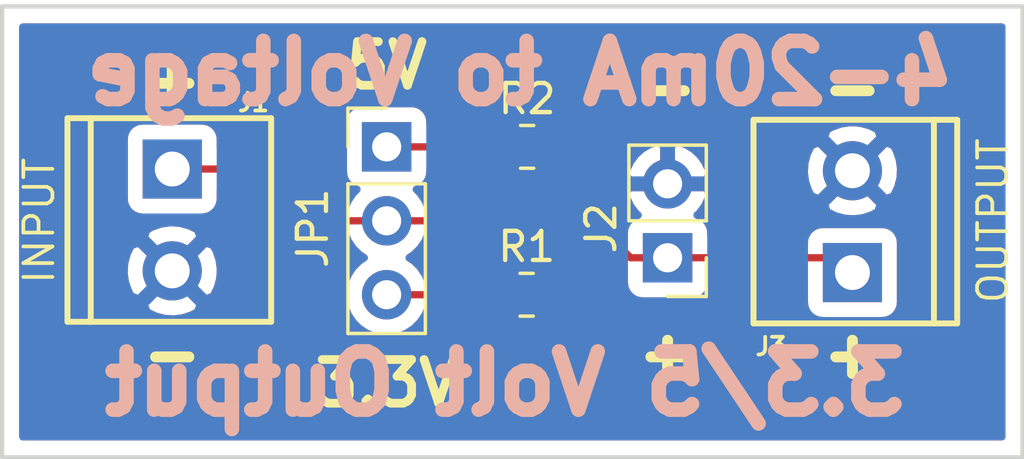
<source format=kicad_pcb>
(kicad_pcb (version 20171130) (host pcbnew "(5.1.8)-1")

  (general
    (thickness 1.6)
    (drawings 14)
    (tracks 10)
    (zones 0)
    (modules 6)
    (nets 5)
  )

  (page A4)
  (title_block
    (title "4-20 mA to Voltage Converter")
    (date 2021-09-28)
    (rev 1.0)
    (comment 2 ©2021)
    (comment 3 github.com/theloukou)
    (comment 4 "Lefteris Kantakos")
  )

  (layers
    (0 F.Cu signal)
    (31 B.Cu signal)
    (32 B.Adhes user)
    (33 F.Adhes user)
    (34 B.Paste user)
    (35 F.Paste user)
    (36 B.SilkS user)
    (37 F.SilkS user)
    (38 B.Mask user)
    (39 F.Mask user)
    (40 Dwgs.User user)
    (41 Cmts.User user)
    (42 Eco1.User user)
    (43 Eco2.User user)
    (44 Edge.Cuts user)
    (45 Margin user)
    (46 B.CrtYd user)
    (47 F.CrtYd user)
    (48 B.Fab user)
    (49 F.Fab user)
  )

  (setup
    (last_trace_width 0.25)
    (trace_clearance 0.2)
    (zone_clearance 0.508)
    (zone_45_only no)
    (trace_min 0.2)
    (via_size 0.8)
    (via_drill 0.4)
    (via_min_size 0.4)
    (via_min_drill 0.3)
    (uvia_size 0.3)
    (uvia_drill 0.1)
    (uvias_allowed no)
    (uvia_min_size 0.2)
    (uvia_min_drill 0.1)
    (edge_width 0.05)
    (segment_width 0.2)
    (pcb_text_width 0.3)
    (pcb_text_size 1.5 1.5)
    (mod_edge_width 0.12)
    (mod_text_size 1 1)
    (mod_text_width 0.15)
    (pad_size 1.524 1.524)
    (pad_drill 0.762)
    (pad_to_mask_clearance 0)
    (aux_axis_origin 0 0)
    (visible_elements 7FFFFFFF)
    (pcbplotparams
      (layerselection 0x010fc_ffffffff)
      (usegerberextensions false)
      (usegerberattributes true)
      (usegerberadvancedattributes true)
      (creategerberjobfile true)
      (excludeedgelayer true)
      (linewidth 0.100000)
      (plotframeref false)
      (viasonmask false)
      (mode 1)
      (useauxorigin false)
      (hpglpennumber 1)
      (hpglpenspeed 20)
      (hpglpendiameter 15.000000)
      (psnegative false)
      (psa4output false)
      (plotreference true)
      (plotvalue true)
      (plotinvisibletext false)
      (padsonsilk false)
      (subtractmaskfromsilk false)
      (outputformat 1)
      (mirror false)
      (drillshape 0)
      (scaleselection 1)
      (outputdirectory "./"))
  )

  (net 0 "")
  (net 1 GND)
  (net 2 "Net-(J1-Pad1)")
  (net 3 "Net-(JP1-Pad3)")
  (net 4 "Net-(JP1-Pad1)")

  (net_class Default "This is the default net class."
    (clearance 0.2)
    (trace_width 0.25)
    (via_dia 0.8)
    (via_drill 0.4)
    (uvia_dia 0.3)
    (uvia_drill 0.1)
    (add_net GND)
    (add_net "Net-(J1-Pad1)")
    (add_net "Net-(JP1-Pad1)")
    (add_net "Net-(JP1-Pad3)")
  )

  (module Resistor_SMD:R_0805_2012Metric_Pad1.20x1.40mm_HandSolder (layer F.Cu) (tedit 5F68FEEE) (tstamp 61534522)
    (at 155.194 99.314)
    (descr "Resistor SMD 0805 (2012 Metric), square (rectangular) end terminal, IPC_7351 nominal with elongated pad for handsoldering. (Body size source: IPC-SM-782 page 72, https://www.pcb-3d.com/wordpress/wp-content/uploads/ipc-sm-782a_amendment_1_and_2.pdf), generated with kicad-footprint-generator")
    (tags "resistor handsolder")
    (path /6152F381)
    (attr smd)
    (fp_text reference R2 (at 0 -1.65) (layer F.SilkS)
      (effects (font (size 1 1) (thickness 0.15)))
    )
    (fp_text value 200R (at 0 1.65) (layer F.Fab)
      (effects (font (size 1 1) (thickness 0.15)))
    )
    (fp_line (start 1.85 0.95) (end -1.85 0.95) (layer F.CrtYd) (width 0.05))
    (fp_line (start 1.85 -0.95) (end 1.85 0.95) (layer F.CrtYd) (width 0.05))
    (fp_line (start -1.85 -0.95) (end 1.85 -0.95) (layer F.CrtYd) (width 0.05))
    (fp_line (start -1.85 0.95) (end -1.85 -0.95) (layer F.CrtYd) (width 0.05))
    (fp_line (start -0.227064 0.735) (end 0.227064 0.735) (layer F.SilkS) (width 0.12))
    (fp_line (start -0.227064 -0.735) (end 0.227064 -0.735) (layer F.SilkS) (width 0.12))
    (fp_line (start 1 0.625) (end -1 0.625) (layer F.Fab) (width 0.1))
    (fp_line (start 1 -0.625) (end 1 0.625) (layer F.Fab) (width 0.1))
    (fp_line (start -1 -0.625) (end 1 -0.625) (layer F.Fab) (width 0.1))
    (fp_line (start -1 0.625) (end -1 -0.625) (layer F.Fab) (width 0.1))
    (fp_text user %R (at 0 0) (layer F.Fab)
      (effects (font (size 0.5 0.5) (thickness 0.08)))
    )
    (pad 2 smd roundrect (at 1 0) (size 1.2 1.4) (layers F.Cu F.Paste F.Mask) (roundrect_rratio 0.2083325)
      (net 1 GND))
    (pad 1 smd roundrect (at -1 0) (size 1.2 1.4) (layers F.Cu F.Paste F.Mask) (roundrect_rratio 0.2083325)
      (net 4 "Net-(JP1-Pad1)"))
    (model ${KISYS3DMOD}/Resistor_SMD.3dshapes/R_0805_2012Metric.wrl
      (at (xyz 0 0 0))
      (scale (xyz 1 1 1))
      (rotate (xyz 0 0 0))
    )
  )

  (module Resistor_SMD:R_0805_2012Metric_Pad1.20x1.40mm_HandSolder (layer F.Cu) (tedit 5F68FEEE) (tstamp 61534B9C)
    (at 155.178 104.394)
    (descr "Resistor SMD 0805 (2012 Metric), square (rectangular) end terminal, IPC_7351 nominal with elongated pad for handsoldering. (Body size source: IPC-SM-782 page 72, https://www.pcb-3d.com/wordpress/wp-content/uploads/ipc-sm-782a_amendment_1_and_2.pdf), generated with kicad-footprint-generator")
    (tags "resistor handsolder")
    (path /6153126D)
    (attr smd)
    (fp_text reference R1 (at 0 -1.65) (layer F.SilkS)
      (effects (font (size 1 1) (thickness 0.15)))
    )
    (fp_text value 120R (at 0 1.65) (layer F.Fab)
      (effects (font (size 1 1) (thickness 0.15)))
    )
    (fp_line (start 1.85 0.95) (end -1.85 0.95) (layer F.CrtYd) (width 0.05))
    (fp_line (start 1.85 -0.95) (end 1.85 0.95) (layer F.CrtYd) (width 0.05))
    (fp_line (start -1.85 -0.95) (end 1.85 -0.95) (layer F.CrtYd) (width 0.05))
    (fp_line (start -1.85 0.95) (end -1.85 -0.95) (layer F.CrtYd) (width 0.05))
    (fp_line (start -0.227064 0.735) (end 0.227064 0.735) (layer F.SilkS) (width 0.12))
    (fp_line (start -0.227064 -0.735) (end 0.227064 -0.735) (layer F.SilkS) (width 0.12))
    (fp_line (start 1 0.625) (end -1 0.625) (layer F.Fab) (width 0.1))
    (fp_line (start 1 -0.625) (end 1 0.625) (layer F.Fab) (width 0.1))
    (fp_line (start -1 -0.625) (end 1 -0.625) (layer F.Fab) (width 0.1))
    (fp_line (start -1 0.625) (end -1 -0.625) (layer F.Fab) (width 0.1))
    (fp_text user %R (at 0 0) (layer F.Fab)
      (effects (font (size 0.5 0.5) (thickness 0.08)))
    )
    (pad 2 smd roundrect (at 1 0) (size 1.2 1.4) (layers F.Cu F.Paste F.Mask) (roundrect_rratio 0.2083325)
      (net 1 GND))
    (pad 1 smd roundrect (at -1 0) (size 1.2 1.4) (layers F.Cu F.Paste F.Mask) (roundrect_rratio 0.2083325)
      (net 3 "Net-(JP1-Pad3)"))
    (model ${KISYS3DMOD}/Resistor_SMD.3dshapes/R_0805_2012Metric.wrl
      (at (xyz 0 0 0))
      (scale (xyz 1 1 1))
      (rotate (xyz 0 0 0))
    )
  )

  (module Connector_PinHeader_2.54mm:PinHeader_1x03_P2.54mm_Vertical (layer F.Cu) (tedit 59FED5CC) (tstamp 61534500)
    (at 150.368 99.314)
    (descr "Through hole straight pin header, 1x03, 2.54mm pitch, single row")
    (tags "Through hole pin header THT 1x03 2.54mm single row")
    (path /61533215)
    (fp_text reference JP1 (at -2.54 2.794 90) (layer F.SilkS)
      (effects (font (size 1 1) (thickness 0.15)))
    )
    (fp_text value Jumper_3_Bridged12 (at -2.794 2.794 90) (layer F.Fab)
      (effects (font (size 1 1) (thickness 0.15)))
    )
    (fp_line (start 1.8 -1.8) (end -1.8 -1.8) (layer F.CrtYd) (width 0.05))
    (fp_line (start 1.8 6.85) (end 1.8 -1.8) (layer F.CrtYd) (width 0.05))
    (fp_line (start -1.8 6.85) (end 1.8 6.85) (layer F.CrtYd) (width 0.05))
    (fp_line (start -1.8 -1.8) (end -1.8 6.85) (layer F.CrtYd) (width 0.05))
    (fp_line (start -1.33 -1.33) (end 0 -1.33) (layer F.SilkS) (width 0.12))
    (fp_line (start -1.33 0) (end -1.33 -1.33) (layer F.SilkS) (width 0.12))
    (fp_line (start -1.33 1.27) (end 1.33 1.27) (layer F.SilkS) (width 0.12))
    (fp_line (start 1.33 1.27) (end 1.33 6.41) (layer F.SilkS) (width 0.12))
    (fp_line (start -1.33 1.27) (end -1.33 6.41) (layer F.SilkS) (width 0.12))
    (fp_line (start -1.33 6.41) (end 1.33 6.41) (layer F.SilkS) (width 0.12))
    (fp_line (start -1.27 -0.635) (end -0.635 -1.27) (layer F.Fab) (width 0.1))
    (fp_line (start -1.27 6.35) (end -1.27 -0.635) (layer F.Fab) (width 0.1))
    (fp_line (start 1.27 6.35) (end -1.27 6.35) (layer F.Fab) (width 0.1))
    (fp_line (start 1.27 -1.27) (end 1.27 6.35) (layer F.Fab) (width 0.1))
    (fp_line (start -0.635 -1.27) (end 1.27 -1.27) (layer F.Fab) (width 0.1))
    (fp_text user %R (at 0 2.54 90) (layer F.Fab)
      (effects (font (size 1 1) (thickness 0.15)))
    )
    (pad 3 thru_hole oval (at 0 5.08) (size 1.7 1.7) (drill 1) (layers *.Cu *.Mask)
      (net 3 "Net-(JP1-Pad3)"))
    (pad 2 thru_hole oval (at 0 2.54) (size 1.7 1.7) (drill 1) (layers *.Cu *.Mask)
      (net 2 "Net-(J1-Pad1)"))
    (pad 1 thru_hole rect (at 0 0) (size 1.7 1.7) (drill 1) (layers *.Cu *.Mask)
      (net 4 "Net-(JP1-Pad1)"))
    (model ${KISYS3DMOD}/Connector_PinHeader_2.54mm.3dshapes/PinHeader_1x03_P2.54mm_Vertical.wrl
      (at (xyz 0 0 0))
      (scale (xyz 1 1 1))
      (rotate (xyz 0 0 0))
    )
  )

  (module Connectors:SCREWTERMINAL-3.5MM-2 (layer F.Cu) (tedit 200000) (tstamp 61534F9C)
    (at 166.37 103.632 90)
    (descr "SCREW TERMINAL  3.5MM PITCH - 2 PIN PTH")
    (tags "SCREW TERMINAL  3.5MM PITCH - 2 PIN PTH")
    (path /6153590D)
    (attr virtual)
    (fp_text reference J3 (at -2.54 -2.794) (layer F.SilkS)
      (effects (font (size 0.6096 0.6096) (thickness 0.127)))
    )
    (fp_text value OUTPUT (at 1.778 4.826 90) (layer F.SilkS)
      (effects (font (size 1 1) (thickness 0.127)))
    )
    (fp_circle (center 1.99898 -2.99974) (end 1.99898 -3.28168) (layer Dwgs.User) (width 0.127))
    (fp_line (start 5.74802 -2.14884) (end 5.24764 -2.14884) (layer Dwgs.User) (width 0.2032))
    (fp_line (start 5.74802 -3.1496) (end 5.74802 -2.14884) (layer Dwgs.User) (width 0.2032))
    (fp_line (start 5.24764 -3.1496) (end 5.74802 -3.1496) (layer Dwgs.User) (width 0.2032))
    (fp_line (start -2.2479 2.3495) (end -1.74752 2.3495) (layer Dwgs.User) (width 0.2032))
    (fp_line (start -2.2479 1.34874) (end -2.2479 2.3495) (layer Dwgs.User) (width 0.2032))
    (fp_line (start -1.74752 1.34874) (end -2.2479 1.34874) (layer Dwgs.User) (width 0.2032))
    (fp_line (start 5.24764 2.79908) (end -1.74752 2.79908) (layer F.SilkS) (width 0.2032))
    (fp_line (start -1.74752 2.79908) (end -1.74752 -3.39852) (layer F.SilkS) (width 0.2032))
    (fp_line (start -1.74752 3.59918) (end -1.74752 2.79908) (layer F.SilkS) (width 0.2032))
    (fp_line (start 5.24764 3.59918) (end -1.74752 3.59918) (layer F.SilkS) (width 0.2032))
    (fp_line (start 5.24764 2.79908) (end 5.24764 3.59918) (layer F.SilkS) (width 0.2032))
    (fp_line (start 5.24764 -3.39852) (end 5.24764 2.79908) (layer F.SilkS) (width 0.2032))
    (fp_line (start -1.74752 -3.39852) (end 5.24764 -3.39852) (layer F.SilkS) (width 0.2032))
    (pad 2 thru_hole circle (at 3.49758 0 90) (size 2.032 2.032) (drill 1.19888) (layers *.Cu *.Mask)
      (net 1 GND) (solder_mask_margin 0.1016))
    (pad 1 thru_hole rect (at 0 0 90) (size 2.032 2.032) (drill 1.19888) (layers *.Cu *.Mask)
      (net 2 "Net-(J1-Pad1)") (solder_mask_margin 0.1016))
  )

  (module Connector_PinHeader_2.54mm:PinHeader_1x02_P2.54mm_Vertical (layer F.Cu) (tedit 59FED5CC) (tstamp 61534AEC)
    (at 160.02 103.124 180)
    (descr "Through hole straight pin header, 1x02, 2.54mm pitch, single row")
    (tags "Through hole pin header THT 1x02 2.54mm single row")
    (path /6153421E)
    (fp_text reference J2 (at 2.286 1.016 90) (layer F.SilkS)
      (effects (font (size 1 1) (thickness 0.15)))
    )
    (fp_text value OUTPUT (at 0 4.87) (layer F.Fab)
      (effects (font (size 1 1) (thickness 0.15)))
    )
    (fp_line (start 1.8 -1.8) (end -1.8 -1.8) (layer F.CrtYd) (width 0.05))
    (fp_line (start 1.8 4.35) (end 1.8 -1.8) (layer F.CrtYd) (width 0.05))
    (fp_line (start -1.8 4.35) (end 1.8 4.35) (layer F.CrtYd) (width 0.05))
    (fp_line (start -1.8 -1.8) (end -1.8 4.35) (layer F.CrtYd) (width 0.05))
    (fp_line (start -1.33 -1.33) (end 0 -1.33) (layer F.SilkS) (width 0.12))
    (fp_line (start -1.33 0) (end -1.33 -1.33) (layer F.SilkS) (width 0.12))
    (fp_line (start -1.33 1.27) (end 1.33 1.27) (layer F.SilkS) (width 0.12))
    (fp_line (start 1.33 1.27) (end 1.33 3.87) (layer F.SilkS) (width 0.12))
    (fp_line (start -1.33 1.27) (end -1.33 3.87) (layer F.SilkS) (width 0.12))
    (fp_line (start -1.33 3.87) (end 1.33 3.87) (layer F.SilkS) (width 0.12))
    (fp_line (start -1.27 -0.635) (end -0.635 -1.27) (layer F.Fab) (width 0.1))
    (fp_line (start -1.27 3.81) (end -1.27 -0.635) (layer F.Fab) (width 0.1))
    (fp_line (start 1.27 3.81) (end -1.27 3.81) (layer F.Fab) (width 0.1))
    (fp_line (start 1.27 -1.27) (end 1.27 3.81) (layer F.Fab) (width 0.1))
    (fp_line (start -0.635 -1.27) (end 1.27 -1.27) (layer F.Fab) (width 0.1))
    (fp_text user %R (at 0 1.27 90) (layer F.Fab)
      (effects (font (size 1 1) (thickness 0.15)))
    )
    (pad 2 thru_hole oval (at 0 2.54 180) (size 1.7 1.7) (drill 1) (layers *.Cu *.Mask)
      (net 1 GND))
    (pad 1 thru_hole rect (at 0 0 180) (size 1.7 1.7) (drill 1) (layers *.Cu *.Mask)
      (net 2 "Net-(J1-Pad1)"))
    (model ${KISYS3DMOD}/Connector_PinHeader_2.54mm.3dshapes/PinHeader_1x02_P2.54mm_Vertical.wrl
      (at (xyz 0 0 0))
      (scale (xyz 1 1 1))
      (rotate (xyz 0 0 0))
    )
  )

  (module Connectors:SCREWTERMINAL-3.5MM-2 (layer F.Cu) (tedit 200000) (tstamp 615344BF)
    (at 143.002 100.076 270)
    (descr "SCREW TERMINAL  3.5MM PITCH - 2 PIN PTH")
    (tags "SCREW TERMINAL  3.5MM PITCH - 2 PIN PTH")
    (path /6152D8E6)
    (attr virtual)
    (fp_text reference J1 (at -2.286 -2.794) (layer F.SilkS)
      (effects (font (size 0.6096 0.6096) (thickness 0.127)))
    )
    (fp_text value INPUT (at 1.778 4.572 90) (layer F.SilkS)
      (effects (font (size 1 1) (thickness 0.127)))
    )
    (fp_circle (center 1.99898 -2.99974) (end 1.99898 -3.28168) (layer Dwgs.User) (width 0.127))
    (fp_line (start 5.74802 -2.14884) (end 5.24764 -2.14884) (layer Dwgs.User) (width 0.2032))
    (fp_line (start 5.74802 -3.1496) (end 5.74802 -2.14884) (layer Dwgs.User) (width 0.2032))
    (fp_line (start 5.24764 -3.1496) (end 5.74802 -3.1496) (layer Dwgs.User) (width 0.2032))
    (fp_line (start -2.2479 2.3495) (end -1.74752 2.3495) (layer Dwgs.User) (width 0.2032))
    (fp_line (start -2.2479 1.34874) (end -2.2479 2.3495) (layer Dwgs.User) (width 0.2032))
    (fp_line (start -1.74752 1.34874) (end -2.2479 1.34874) (layer Dwgs.User) (width 0.2032))
    (fp_line (start 5.24764 2.79908) (end -1.74752 2.79908) (layer F.SilkS) (width 0.2032))
    (fp_line (start -1.74752 2.79908) (end -1.74752 -3.39852) (layer F.SilkS) (width 0.2032))
    (fp_line (start -1.74752 3.59918) (end -1.74752 2.79908) (layer F.SilkS) (width 0.2032))
    (fp_line (start 5.24764 3.59918) (end -1.74752 3.59918) (layer F.SilkS) (width 0.2032))
    (fp_line (start 5.24764 2.79908) (end 5.24764 3.59918) (layer F.SilkS) (width 0.2032))
    (fp_line (start 5.24764 -3.39852) (end 5.24764 2.79908) (layer F.SilkS) (width 0.2032))
    (fp_line (start -1.74752 -3.39852) (end 5.24764 -3.39852) (layer F.SilkS) (width 0.2032))
    (pad 2 thru_hole circle (at 3.49758 0 270) (size 2.032 2.032) (drill 1.19888) (layers *.Cu *.Mask)
      (net 1 GND) (solder_mask_margin 0.1016))
    (pad 1 thru_hole rect (at 0 0 270) (size 2.032 2.032) (drill 1.19888) (layers *.Cu *.Mask)
      (net 2 "Net-(J1-Pad1)") (solder_mask_margin 0.1016))
  )

  (gr_text "3.3/5 Volt Output" (at 154.432 107.442) (layer B.SilkS)
    (effects (font (size 2 2) (thickness 0.5)) (justify mirror))
  )
  (gr_text "4-20mA to Voltage" (at 154.94 96.774) (layer B.SilkS)
    (effects (font (size 2 2) (thickness 0.5)) (justify mirror))
  )
  (gr_line (start 137.16 109.982) (end 137.16 94.488) (layer Edge.Cuts) (width 0.15) (tstamp 615350C7))
  (gr_line (start 172.212 109.982) (end 137.16 109.982) (layer Edge.Cuts) (width 0.15))
  (gr_line (start 172.212 94.488) (end 172.212 109.982) (layer Edge.Cuts) (width 0.15))
  (gr_line (start 137.16 94.488) (end 172.212 94.488) (layer Edge.Cuts) (width 0.15))
  (gr_text + (at 160.02 106.426) (layer F.SilkS) (tstamp 6153503B)
    (effects (font (size 1.5 1.5) (thickness 0.375)))
  )
  (gr_text + (at 166.37 106.426) (layer F.SilkS) (tstamp 6153503F)
    (effects (font (size 1.5 1.5) (thickness 0.375)))
  )
  (gr_text - (at 160.02 97.282) (layer F.SilkS) (tstamp 61535032)
    (effects (font (size 1.5 1.5) (thickness 0.375)))
  )
  (gr_text - (at 166.37 97.282) (layer F.SilkS) (tstamp 61535032)
    (effects (font (size 1.5 1.5) (thickness 0.375)))
  )
  (gr_text - (at 143.002 106.426) (layer F.SilkS)
    (effects (font (size 1.5 1.5) (thickness 0.375)))
  )
  (gr_text + (at 143.002 97.028) (layer F.SilkS)
    (effects (font (size 1.5 1.5) (thickness 0.375)))
  )
  (gr_text 5V (at 150.368 96.52) (layer F.SilkS)
    (effects (font (size 1.5 1.5) (thickness 0.3)))
  )
  (gr_text 3.3V (at 150.368 107.442) (layer F.SilkS)
    (effects (font (size 1.5 1.5) (thickness 0.3)))
  )

  (segment (start 143.002 100.076) (end 145.796 100.076) (width 0.25) (layer F.Cu) (net 2))
  (segment (start 147.574 101.854) (end 150.368 101.854) (width 0.25) (layer F.Cu) (net 2))
  (segment (start 145.796 100.076) (end 147.574 101.854) (width 0.25) (layer F.Cu) (net 2))
  (segment (start 158.75 103.124) (end 160.02 103.124) (width 0.25) (layer F.Cu) (net 2))
  (segment (start 157.48 101.854) (end 158.75 103.124) (width 0.25) (layer F.Cu) (net 2))
  (segment (start 150.368 101.854) (end 157.48 101.854) (width 0.25) (layer F.Cu) (net 2))
  (segment (start 165.862 103.124) (end 166.37 103.632) (width 0.25) (layer F.Cu) (net 2))
  (segment (start 160.02 103.124) (end 165.862 103.124) (width 0.25) (layer F.Cu) (net 2))
  (segment (start 150.368 104.394) (end 154.178 104.394) (width 0.25) (layer F.Cu) (net 3))
  (segment (start 150.368 99.314) (end 154.194 99.314) (width 0.25) (layer F.Cu) (net 4))

  (zone (net 1) (net_name GND) (layer F.Cu) (tstamp 6153518A) (hatch edge 0.508)
    (connect_pads (clearance 0.508))
    (min_thickness 0.254)
    (fill yes (arc_segments 32) (thermal_gap 0.508) (thermal_bridge_width 0.508))
    (polygon
      (pts
        (xy 172.212 109.982) (xy 137.16 109.982) (xy 137.16 94.488) (xy 172.212 94.488)
      )
    )
    (filled_polygon
      (pts
        (xy 171.502001 109.272) (xy 137.87 109.272) (xy 137.87 104.720403) (xy 142.034782 104.720403) (xy 142.132478 104.98644)
        (xy 142.424821 105.128928) (xy 142.739344 105.211644) (xy 143.063962 105.231411) (xy 143.386198 105.187468) (xy 143.69367 105.081504)
        (xy 143.871522 104.98644) (xy 143.969218 104.720403) (xy 143.002 103.753185) (xy 142.034782 104.720403) (xy 137.87 104.720403)
        (xy 137.87 103.635542) (xy 141.344169 103.635542) (xy 141.388112 103.957778) (xy 141.494076 104.26525) (xy 141.58914 104.443102)
        (xy 141.855177 104.540798) (xy 142.822395 103.57358) (xy 143.181605 103.57358) (xy 144.148823 104.540798) (xy 144.41486 104.443102)
        (xy 144.557348 104.150759) (xy 144.640064 103.836236) (xy 144.659831 103.511618) (xy 144.615888 103.189382) (xy 144.509924 102.88191)
        (xy 144.41486 102.704058) (xy 144.148823 102.606362) (xy 143.181605 103.57358) (xy 142.822395 103.57358) (xy 141.855177 102.606362)
        (xy 141.58914 102.704058) (xy 141.446652 102.996401) (xy 141.363936 103.310924) (xy 141.344169 103.635542) (xy 137.87 103.635542)
        (xy 137.87 102.426757) (xy 142.034782 102.426757) (xy 143.002 103.393975) (xy 143.969218 102.426757) (xy 143.871522 102.16072)
        (xy 143.579179 102.018232) (xy 143.264656 101.935516) (xy 142.940038 101.915749) (xy 142.617802 101.959692) (xy 142.31033 102.065656)
        (xy 142.132478 102.16072) (xy 142.034782 102.426757) (xy 137.87 102.426757) (xy 137.87 99.06) (xy 141.347928 99.06)
        (xy 141.347928 101.092) (xy 141.360188 101.216482) (xy 141.396498 101.33618) (xy 141.455463 101.446494) (xy 141.534815 101.543185)
        (xy 141.631506 101.622537) (xy 141.74182 101.681502) (xy 141.861518 101.717812) (xy 141.986 101.730072) (xy 144.018 101.730072)
        (xy 144.142482 101.717812) (xy 144.26218 101.681502) (xy 144.372494 101.622537) (xy 144.469185 101.543185) (xy 144.548537 101.446494)
        (xy 144.607502 101.33618) (xy 144.643812 101.216482) (xy 144.656072 101.092) (xy 144.656072 100.836) (xy 145.481199 100.836)
        (xy 147.0102 102.365002) (xy 147.033999 102.394001) (xy 147.149724 102.488974) (xy 147.281753 102.559546) (xy 147.425014 102.603003)
        (xy 147.536667 102.614) (xy 147.536675 102.614) (xy 147.574 102.617676) (xy 147.611325 102.614) (xy 149.089822 102.614)
        (xy 149.214525 102.800632) (xy 149.421368 103.007475) (xy 149.59576 103.124) (xy 149.421368 103.240525) (xy 149.214525 103.447368)
        (xy 149.05201 103.690589) (xy 148.940068 103.960842) (xy 148.883 104.24774) (xy 148.883 104.54026) (xy 148.940068 104.827158)
        (xy 149.05201 105.097411) (xy 149.214525 105.340632) (xy 149.421368 105.547475) (xy 149.664589 105.70999) (xy 149.934842 105.821932)
        (xy 150.22174 105.879) (xy 150.51426 105.879) (xy 150.801158 105.821932) (xy 151.071411 105.70999) (xy 151.314632 105.547475)
        (xy 151.521475 105.340632) (xy 151.646178 105.154) (xy 152.998473 105.154) (xy 153.007528 105.183851) (xy 153.089595 105.337387)
        (xy 153.200038 105.471962) (xy 153.334613 105.582405) (xy 153.488149 105.664472) (xy 153.654745 105.715008) (xy 153.827999 105.732072)
        (xy 154.528001 105.732072) (xy 154.701255 105.715008) (xy 154.867851 105.664472) (xy 155.021387 105.582405) (xy 155.102637 105.515724)
        (xy 155.126815 105.545185) (xy 155.223506 105.624537) (xy 155.33382 105.683502) (xy 155.453518 105.719812) (xy 155.578 105.732072)
        (xy 155.89225 105.729) (xy 156.051 105.57025) (xy 156.051 104.521) (xy 156.305 104.521) (xy 156.305 105.57025)
        (xy 156.46375 105.729) (xy 156.778 105.732072) (xy 156.902482 105.719812) (xy 157.02218 105.683502) (xy 157.132494 105.624537)
        (xy 157.229185 105.545185) (xy 157.308537 105.448494) (xy 157.367502 105.33818) (xy 157.403812 105.218482) (xy 157.416072 105.094)
        (xy 157.413 104.67975) (xy 157.25425 104.521) (xy 156.305 104.521) (xy 156.051 104.521) (xy 156.031 104.521)
        (xy 156.031 104.267) (xy 156.051 104.267) (xy 156.051 103.21775) (xy 156.305 103.21775) (xy 156.305 104.267)
        (xy 157.25425 104.267) (xy 157.413 104.10825) (xy 157.416072 103.694) (xy 157.403812 103.569518) (xy 157.367502 103.44982)
        (xy 157.308537 103.339506) (xy 157.229185 103.242815) (xy 157.132494 103.163463) (xy 157.02218 103.104498) (xy 156.902482 103.068188)
        (xy 156.778 103.055928) (xy 156.46375 103.059) (xy 156.305 103.21775) (xy 156.051 103.21775) (xy 155.89225 103.059)
        (xy 155.578 103.055928) (xy 155.453518 103.068188) (xy 155.33382 103.104498) (xy 155.223506 103.163463) (xy 155.126815 103.242815)
        (xy 155.102637 103.272276) (xy 155.021387 103.205595) (xy 154.867851 103.123528) (xy 154.701255 103.072992) (xy 154.528001 103.055928)
        (xy 153.827999 103.055928) (xy 153.654745 103.072992) (xy 153.488149 103.123528) (xy 153.334613 103.205595) (xy 153.200038 103.316038)
        (xy 153.089595 103.450613) (xy 153.007528 103.604149) (xy 152.998473 103.634) (xy 151.646178 103.634) (xy 151.521475 103.447368)
        (xy 151.314632 103.240525) (xy 151.14024 103.124) (xy 151.314632 103.007475) (xy 151.521475 102.800632) (xy 151.646178 102.614)
        (xy 157.165199 102.614) (xy 158.1862 103.635002) (xy 158.209999 103.664001) (xy 158.325724 103.758974) (xy 158.457753 103.829546)
        (xy 158.531928 103.852046) (xy 158.531928 103.974) (xy 158.544188 104.098482) (xy 158.580498 104.21818) (xy 158.639463 104.328494)
        (xy 158.718815 104.425185) (xy 158.815506 104.504537) (xy 158.92582 104.563502) (xy 159.045518 104.599812) (xy 159.17 104.612072)
        (xy 160.87 104.612072) (xy 160.994482 104.599812) (xy 161.11418 104.563502) (xy 161.224494 104.504537) (xy 161.321185 104.425185)
        (xy 161.400537 104.328494) (xy 161.459502 104.21818) (xy 161.495812 104.098482) (xy 161.508072 103.974) (xy 161.508072 103.884)
        (xy 164.715928 103.884) (xy 164.715928 104.648) (xy 164.728188 104.772482) (xy 164.764498 104.89218) (xy 164.823463 105.002494)
        (xy 164.902815 105.099185) (xy 164.999506 105.178537) (xy 165.10982 105.237502) (xy 165.229518 105.273812) (xy 165.354 105.286072)
        (xy 167.386 105.286072) (xy 167.510482 105.273812) (xy 167.63018 105.237502) (xy 167.740494 105.178537) (xy 167.837185 105.099185)
        (xy 167.916537 105.002494) (xy 167.975502 104.89218) (xy 168.011812 104.772482) (xy 168.024072 104.648) (xy 168.024072 102.616)
        (xy 168.011812 102.491518) (xy 167.975502 102.37182) (xy 167.916537 102.261506) (xy 167.837185 102.164815) (xy 167.740494 102.085463)
        (xy 167.63018 102.026498) (xy 167.510482 101.990188) (xy 167.386 101.977928) (xy 165.354 101.977928) (xy 165.229518 101.990188)
        (xy 165.10982 102.026498) (xy 164.999506 102.085463) (xy 164.902815 102.164815) (xy 164.823463 102.261506) (xy 164.768678 102.364)
        (xy 161.508072 102.364) (xy 161.508072 102.274) (xy 161.495812 102.149518) (xy 161.459502 102.02982) (xy 161.400537 101.919506)
        (xy 161.321185 101.822815) (xy 161.224494 101.743463) (xy 161.11418 101.684498) (xy 161.033534 101.660034) (xy 161.117588 101.584269)
        (xy 161.291641 101.35092) (xy 161.324828 101.281243) (xy 165.402782 101.281243) (xy 165.500478 101.54728) (xy 165.792821 101.689768)
        (xy 166.107344 101.772484) (xy 166.431962 101.792251) (xy 166.754198 101.748308) (xy 167.06167 101.642344) (xy 167.239522 101.54728)
        (xy 167.337218 101.281243) (xy 166.37 100.314025) (xy 165.402782 101.281243) (xy 161.324828 101.281243) (xy 161.416825 101.088099)
        (xy 161.461476 100.94089) (xy 161.340155 100.711) (xy 160.147 100.711) (xy 160.147 100.731) (xy 159.893 100.731)
        (xy 159.893 100.711) (xy 158.699845 100.711) (xy 158.578524 100.94089) (xy 158.623175 101.088099) (xy 158.748359 101.35092)
        (xy 158.922412 101.584269) (xy 159.006466 101.660034) (xy 158.92582 101.684498) (xy 158.815506 101.743463) (xy 158.718815 101.822815)
        (xy 158.639463 101.919506) (xy 158.632791 101.931989) (xy 158.043804 101.343003) (xy 158.020001 101.313999) (xy 157.904276 101.219026)
        (xy 157.772247 101.148454) (xy 157.628986 101.104997) (xy 157.517333 101.094) (xy 157.517322 101.094) (xy 157.48 101.090324)
        (xy 157.442678 101.094) (xy 151.646178 101.094) (xy 151.521475 100.907368) (xy 151.38962 100.775513) (xy 151.46218 100.753502)
        (xy 151.572494 100.694537) (xy 151.669185 100.615185) (xy 151.748537 100.518494) (xy 151.807502 100.40818) (xy 151.843812 100.288482)
        (xy 151.856072 100.164) (xy 151.856072 100.074) (xy 153.014473 100.074) (xy 153.023528 100.103851) (xy 153.105595 100.257387)
        (xy 153.216038 100.391962) (xy 153.350613 100.502405) (xy 153.504149 100.584472) (xy 153.670745 100.635008) (xy 153.843999 100.652072)
        (xy 154.544001 100.652072) (xy 154.717255 100.635008) (xy 154.883851 100.584472) (xy 155.037387 100.502405) (xy 155.118637 100.435724)
        (xy 155.142815 100.465185) (xy 155.239506 100.544537) (xy 155.34982 100.603502) (xy 155.469518 100.639812) (xy 155.594 100.652072)
        (xy 155.90825 100.649) (xy 156.067 100.49025) (xy 156.067 99.441) (xy 156.321 99.441) (xy 156.321 100.49025)
        (xy 156.47975 100.649) (xy 156.794 100.652072) (xy 156.918482 100.639812) (xy 157.03818 100.603502) (xy 157.148494 100.544537)
        (xy 157.245185 100.465185) (xy 157.324537 100.368494) (xy 157.383502 100.25818) (xy 157.392926 100.22711) (xy 158.578524 100.22711)
        (xy 158.699845 100.457) (xy 159.893 100.457) (xy 159.893 99.263186) (xy 160.147 99.263186) (xy 160.147 100.457)
        (xy 161.340155 100.457) (xy 161.461476 100.22711) (xy 161.452156 100.196382) (xy 164.712169 100.196382) (xy 164.756112 100.518618)
        (xy 164.862076 100.82609) (xy 164.95714 101.003942) (xy 165.223177 101.101638) (xy 166.190395 100.13442) (xy 166.549605 100.13442)
        (xy 167.516823 101.101638) (xy 167.78286 101.003942) (xy 167.925348 100.711599) (xy 168.008064 100.397076) (xy 168.027831 100.072458)
        (xy 167.983888 99.750222) (xy 167.877924 99.44275) (xy 167.78286 99.264898) (xy 167.516823 99.167202) (xy 166.549605 100.13442)
        (xy 166.190395 100.13442) (xy 165.223177 99.167202) (xy 164.95714 99.264898) (xy 164.814652 99.557241) (xy 164.731936 99.871764)
        (xy 164.712169 100.196382) (xy 161.452156 100.196382) (xy 161.416825 100.079901) (xy 161.291641 99.81708) (xy 161.117588 99.583731)
        (xy 160.901355 99.388822) (xy 160.651252 99.239843) (xy 160.376891 99.142519) (xy 160.147 99.263186) (xy 159.893 99.263186)
        (xy 159.663109 99.142519) (xy 159.388748 99.239843) (xy 159.138645 99.388822) (xy 158.922412 99.583731) (xy 158.748359 99.81708)
        (xy 158.623175 100.079901) (xy 158.578524 100.22711) (xy 157.392926 100.22711) (xy 157.419812 100.138482) (xy 157.432072 100.014)
        (xy 157.429 99.59975) (xy 157.27025 99.441) (xy 156.321 99.441) (xy 156.067 99.441) (xy 156.047 99.441)
        (xy 156.047 99.187) (xy 156.067 99.187) (xy 156.067 98.13775) (xy 156.321 98.13775) (xy 156.321 99.187)
        (xy 157.27025 99.187) (xy 157.429 99.02825) (xy 157.429301 98.987597) (xy 165.402782 98.987597) (xy 166.37 99.954815)
        (xy 167.337218 98.987597) (xy 167.239522 98.72156) (xy 166.947179 98.579072) (xy 166.632656 98.496356) (xy 166.308038 98.476589)
        (xy 165.985802 98.520532) (xy 165.67833 98.626496) (xy 165.500478 98.72156) (xy 165.402782 98.987597) (xy 157.429301 98.987597)
        (xy 157.432072 98.614) (xy 157.419812 98.489518) (xy 157.383502 98.36982) (xy 157.324537 98.259506) (xy 157.245185 98.162815)
        (xy 157.148494 98.083463) (xy 157.03818 98.024498) (xy 156.918482 97.988188) (xy 156.794 97.975928) (xy 156.47975 97.979)
        (xy 156.321 98.13775) (xy 156.067 98.13775) (xy 155.90825 97.979) (xy 155.594 97.975928) (xy 155.469518 97.988188)
        (xy 155.34982 98.024498) (xy 155.239506 98.083463) (xy 155.142815 98.162815) (xy 155.118637 98.192276) (xy 155.037387 98.125595)
        (xy 154.883851 98.043528) (xy 154.717255 97.992992) (xy 154.544001 97.975928) (xy 153.843999 97.975928) (xy 153.670745 97.992992)
        (xy 153.504149 98.043528) (xy 153.350613 98.125595) (xy 153.216038 98.236038) (xy 153.105595 98.370613) (xy 153.023528 98.524149)
        (xy 153.014473 98.554) (xy 151.856072 98.554) (xy 151.856072 98.464) (xy 151.843812 98.339518) (xy 151.807502 98.21982)
        (xy 151.748537 98.109506) (xy 151.669185 98.012815) (xy 151.572494 97.933463) (xy 151.46218 97.874498) (xy 151.342482 97.838188)
        (xy 151.218 97.825928) (xy 149.518 97.825928) (xy 149.393518 97.838188) (xy 149.27382 97.874498) (xy 149.163506 97.933463)
        (xy 149.066815 98.012815) (xy 148.987463 98.109506) (xy 148.928498 98.21982) (xy 148.892188 98.339518) (xy 148.879928 98.464)
        (xy 148.879928 100.164) (xy 148.892188 100.288482) (xy 148.928498 100.40818) (xy 148.987463 100.518494) (xy 149.066815 100.615185)
        (xy 149.163506 100.694537) (xy 149.27382 100.753502) (xy 149.34638 100.775513) (xy 149.214525 100.907368) (xy 149.089822 101.094)
        (xy 147.888802 101.094) (xy 146.359804 99.565003) (xy 146.336001 99.535999) (xy 146.220276 99.441026) (xy 146.088247 99.370454)
        (xy 145.944986 99.326997) (xy 145.833333 99.316) (xy 145.833322 99.316) (xy 145.796 99.312324) (xy 145.758678 99.316)
        (xy 144.656072 99.316) (xy 144.656072 99.06) (xy 144.643812 98.935518) (xy 144.607502 98.81582) (xy 144.548537 98.705506)
        (xy 144.469185 98.608815) (xy 144.372494 98.529463) (xy 144.26218 98.470498) (xy 144.142482 98.434188) (xy 144.018 98.421928)
        (xy 141.986 98.421928) (xy 141.861518 98.434188) (xy 141.74182 98.470498) (xy 141.631506 98.529463) (xy 141.534815 98.608815)
        (xy 141.455463 98.705506) (xy 141.396498 98.81582) (xy 141.360188 98.935518) (xy 141.347928 99.06) (xy 137.87 99.06)
        (xy 137.87 95.198) (xy 171.502 95.198)
      )
    )
  )
  (zone (net 1) (net_name GND) (layer B.Cu) (tstamp 61535187) (hatch edge 0.508)
    (connect_pads (clearance 0.508))
    (min_thickness 0.254)
    (fill yes (arc_segments 32) (thermal_gap 0.508) (thermal_bridge_width 0.508))
    (polygon
      (pts
        (xy 172.212 109.982) (xy 137.16 109.982) (xy 137.16 94.488) (xy 172.212 94.488)
      )
    )
    (filled_polygon
      (pts
        (xy 171.502001 109.272) (xy 137.87 109.272) (xy 137.87 104.720403) (xy 142.034782 104.720403) (xy 142.132478 104.98644)
        (xy 142.424821 105.128928) (xy 142.739344 105.211644) (xy 143.063962 105.231411) (xy 143.386198 105.187468) (xy 143.69367 105.081504)
        (xy 143.871522 104.98644) (xy 143.969218 104.720403) (xy 143.002 103.753185) (xy 142.034782 104.720403) (xy 137.87 104.720403)
        (xy 137.87 103.635542) (xy 141.344169 103.635542) (xy 141.388112 103.957778) (xy 141.494076 104.26525) (xy 141.58914 104.443102)
        (xy 141.855177 104.540798) (xy 142.822395 103.57358) (xy 143.181605 103.57358) (xy 144.148823 104.540798) (xy 144.41486 104.443102)
        (xy 144.557348 104.150759) (xy 144.640064 103.836236) (xy 144.659831 103.511618) (xy 144.615888 103.189382) (xy 144.509924 102.88191)
        (xy 144.41486 102.704058) (xy 144.148823 102.606362) (xy 143.181605 103.57358) (xy 142.822395 103.57358) (xy 141.855177 102.606362)
        (xy 141.58914 102.704058) (xy 141.446652 102.996401) (xy 141.363936 103.310924) (xy 141.344169 103.635542) (xy 137.87 103.635542)
        (xy 137.87 102.426757) (xy 142.034782 102.426757) (xy 143.002 103.393975) (xy 143.969218 102.426757) (xy 143.871522 102.16072)
        (xy 143.579179 102.018232) (xy 143.264656 101.935516) (xy 142.940038 101.915749) (xy 142.617802 101.959692) (xy 142.31033 102.065656)
        (xy 142.132478 102.16072) (xy 142.034782 102.426757) (xy 137.87 102.426757) (xy 137.87 99.06) (xy 141.347928 99.06)
        (xy 141.347928 101.092) (xy 141.360188 101.216482) (xy 141.396498 101.33618) (xy 141.455463 101.446494) (xy 141.534815 101.543185)
        (xy 141.631506 101.622537) (xy 141.74182 101.681502) (xy 141.861518 101.717812) (xy 141.986 101.730072) (xy 144.018 101.730072)
        (xy 144.142482 101.717812) (xy 144.26218 101.681502) (xy 144.372494 101.622537) (xy 144.469185 101.543185) (xy 144.548537 101.446494)
        (xy 144.607502 101.33618) (xy 144.643812 101.216482) (xy 144.656072 101.092) (xy 144.656072 99.06) (xy 144.643812 98.935518)
        (xy 144.607502 98.81582) (xy 144.548537 98.705506) (xy 144.469185 98.608815) (xy 144.372494 98.529463) (xy 144.26218 98.470498)
        (xy 144.240759 98.464) (xy 148.879928 98.464) (xy 148.879928 100.164) (xy 148.892188 100.288482) (xy 148.928498 100.40818)
        (xy 148.987463 100.518494) (xy 149.066815 100.615185) (xy 149.163506 100.694537) (xy 149.27382 100.753502) (xy 149.34638 100.775513)
        (xy 149.214525 100.907368) (xy 149.05201 101.150589) (xy 148.940068 101.420842) (xy 148.883 101.70774) (xy 148.883 102.00026)
        (xy 148.940068 102.287158) (xy 149.05201 102.557411) (xy 149.214525 102.800632) (xy 149.421368 103.007475) (xy 149.59576 103.124)
        (xy 149.421368 103.240525) (xy 149.214525 103.447368) (xy 149.05201 103.690589) (xy 148.940068 103.960842) (xy 148.883 104.24774)
        (xy 148.883 104.54026) (xy 148.940068 104.827158) (xy 149.05201 105.097411) (xy 149.214525 105.340632) (xy 149.421368 105.547475)
        (xy 149.664589 105.70999) (xy 149.934842 105.821932) (xy 150.22174 105.879) (xy 150.51426 105.879) (xy 150.801158 105.821932)
        (xy 151.071411 105.70999) (xy 151.314632 105.547475) (xy 151.521475 105.340632) (xy 151.68399 105.097411) (xy 151.795932 104.827158)
        (xy 151.853 104.54026) (xy 151.853 104.24774) (xy 151.795932 103.960842) (xy 151.68399 103.690589) (xy 151.521475 103.447368)
        (xy 151.314632 103.240525) (xy 151.14024 103.124) (xy 151.314632 103.007475) (xy 151.521475 102.800632) (xy 151.68399 102.557411)
        (xy 151.795932 102.287158) (xy 151.798549 102.274) (xy 158.531928 102.274) (xy 158.531928 103.974) (xy 158.544188 104.098482)
        (xy 158.580498 104.21818) (xy 158.639463 104.328494) (xy 158.718815 104.425185) (xy 158.815506 104.504537) (xy 158.92582 104.563502)
        (xy 159.045518 104.599812) (xy 159.17 104.612072) (xy 160.87 104.612072) (xy 160.994482 104.599812) (xy 161.11418 104.563502)
        (xy 161.224494 104.504537) (xy 161.321185 104.425185) (xy 161.400537 104.328494) (xy 161.459502 104.21818) (xy 161.495812 104.098482)
        (xy 161.508072 103.974) (xy 161.508072 102.616) (xy 164.715928 102.616) (xy 164.715928 104.648) (xy 164.728188 104.772482)
        (xy 164.764498 104.89218) (xy 164.823463 105.002494) (xy 164.902815 105.099185) (xy 164.999506 105.178537) (xy 165.10982 105.237502)
        (xy 165.229518 105.273812) (xy 165.354 105.286072) (xy 167.386 105.286072) (xy 167.510482 105.273812) (xy 167.63018 105.237502)
        (xy 167.740494 105.178537) (xy 167.837185 105.099185) (xy 167.916537 105.002494) (xy 167.975502 104.89218) (xy 168.011812 104.772482)
        (xy 168.024072 104.648) (xy 168.024072 102.616) (xy 168.011812 102.491518) (xy 167.975502 102.37182) (xy 167.916537 102.261506)
        (xy 167.837185 102.164815) (xy 167.740494 102.085463) (xy 167.63018 102.026498) (xy 167.510482 101.990188) (xy 167.386 101.977928)
        (xy 165.354 101.977928) (xy 165.229518 101.990188) (xy 165.10982 102.026498) (xy 164.999506 102.085463) (xy 164.902815 102.164815)
        (xy 164.823463 102.261506) (xy 164.764498 102.37182) (xy 164.728188 102.491518) (xy 164.715928 102.616) (xy 161.508072 102.616)
        (xy 161.508072 102.274) (xy 161.495812 102.149518) (xy 161.459502 102.02982) (xy 161.400537 101.919506) (xy 161.321185 101.822815)
        (xy 161.224494 101.743463) (xy 161.11418 101.684498) (xy 161.033534 101.660034) (xy 161.117588 101.584269) (xy 161.291641 101.35092)
        (xy 161.324828 101.281243) (xy 165.402782 101.281243) (xy 165.500478 101.54728) (xy 165.792821 101.689768) (xy 166.107344 101.772484)
        (xy 166.431962 101.792251) (xy 166.754198 101.748308) (xy 167.06167 101.642344) (xy 167.239522 101.54728) (xy 167.337218 101.281243)
        (xy 166.37 100.314025) (xy 165.402782 101.281243) (xy 161.324828 101.281243) (xy 161.416825 101.088099) (xy 161.461476 100.94089)
        (xy 161.340155 100.711) (xy 160.147 100.711) (xy 160.147 100.731) (xy 159.893 100.731) (xy 159.893 100.711)
        (xy 158.699845 100.711) (xy 158.578524 100.94089) (xy 158.623175 101.088099) (xy 158.748359 101.35092) (xy 158.922412 101.584269)
        (xy 159.006466 101.660034) (xy 158.92582 101.684498) (xy 158.815506 101.743463) (xy 158.718815 101.822815) (xy 158.639463 101.919506)
        (xy 158.580498 102.02982) (xy 158.544188 102.149518) (xy 158.531928 102.274) (xy 151.798549 102.274) (xy 151.853 102.00026)
        (xy 151.853 101.70774) (xy 151.795932 101.420842) (xy 151.68399 101.150589) (xy 151.521475 100.907368) (xy 151.38962 100.775513)
        (xy 151.46218 100.753502) (xy 151.572494 100.694537) (xy 151.669185 100.615185) (xy 151.748537 100.518494) (xy 151.807502 100.40818)
        (xy 151.843812 100.288482) (xy 151.849856 100.22711) (xy 158.578524 100.22711) (xy 158.699845 100.457) (xy 159.893 100.457)
        (xy 159.893 99.263186) (xy 160.147 99.263186) (xy 160.147 100.457) (xy 161.340155 100.457) (xy 161.461476 100.22711)
        (xy 161.452156 100.196382) (xy 164.712169 100.196382) (xy 164.756112 100.518618) (xy 164.862076 100.82609) (xy 164.95714 101.003942)
        (xy 165.223177 101.101638) (xy 166.190395 100.13442) (xy 166.549605 100.13442) (xy 167.516823 101.101638) (xy 167.78286 101.003942)
        (xy 167.925348 100.711599) (xy 168.008064 100.397076) (xy 168.027831 100.072458) (xy 167.983888 99.750222) (xy 167.877924 99.44275)
        (xy 167.78286 99.264898) (xy 167.516823 99.167202) (xy 166.549605 100.13442) (xy 166.190395 100.13442) (xy 165.223177 99.167202)
        (xy 164.95714 99.264898) (xy 164.814652 99.557241) (xy 164.731936 99.871764) (xy 164.712169 100.196382) (xy 161.452156 100.196382)
        (xy 161.416825 100.079901) (xy 161.291641 99.81708) (xy 161.117588 99.583731) (xy 160.901355 99.388822) (xy 160.651252 99.239843)
        (xy 160.376891 99.142519) (xy 160.147 99.263186) (xy 159.893 99.263186) (xy 159.663109 99.142519) (xy 159.388748 99.239843)
        (xy 159.138645 99.388822) (xy 158.922412 99.583731) (xy 158.748359 99.81708) (xy 158.623175 100.079901) (xy 158.578524 100.22711)
        (xy 151.849856 100.22711) (xy 151.856072 100.164) (xy 151.856072 98.987597) (xy 165.402782 98.987597) (xy 166.37 99.954815)
        (xy 167.337218 98.987597) (xy 167.239522 98.72156) (xy 166.947179 98.579072) (xy 166.632656 98.496356) (xy 166.308038 98.476589)
        (xy 165.985802 98.520532) (xy 165.67833 98.626496) (xy 165.500478 98.72156) (xy 165.402782 98.987597) (xy 151.856072 98.987597)
        (xy 151.856072 98.464) (xy 151.843812 98.339518) (xy 151.807502 98.21982) (xy 151.748537 98.109506) (xy 151.669185 98.012815)
        (xy 151.572494 97.933463) (xy 151.46218 97.874498) (xy 151.342482 97.838188) (xy 151.218 97.825928) (xy 149.518 97.825928)
        (xy 149.393518 97.838188) (xy 149.27382 97.874498) (xy 149.163506 97.933463) (xy 149.066815 98.012815) (xy 148.987463 98.109506)
        (xy 148.928498 98.21982) (xy 148.892188 98.339518) (xy 148.879928 98.464) (xy 144.240759 98.464) (xy 144.142482 98.434188)
        (xy 144.018 98.421928) (xy 141.986 98.421928) (xy 141.861518 98.434188) (xy 141.74182 98.470498) (xy 141.631506 98.529463)
        (xy 141.534815 98.608815) (xy 141.455463 98.705506) (xy 141.396498 98.81582) (xy 141.360188 98.935518) (xy 141.347928 99.06)
        (xy 137.87 99.06) (xy 137.87 95.198) (xy 171.502 95.198)
      )
    )
  )
)

</source>
